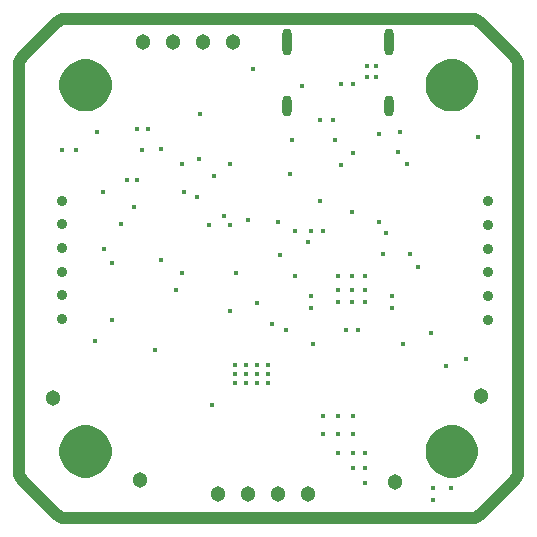
<source format=gbr>
G04*
G04 #@! TF.GenerationSoftware,Altium Limited,Altium Designer,24.8.2 (39)*
G04*
G04 Layer_Physical_Order=2*
G04 Layer_Color=32768*
%FSLAX44Y44*%
%MOMM*%
G71*
G04*
G04 #@! TF.SameCoordinates,C7BC70F5-E38B-40BF-8CF6-97473964AE68*
G04*
G04*
G04 #@! TF.FilePolarity,Negative*
G04*
G01*
G75*
%ADD101C,1.0160*%
%ADD102C,1.3032*%
%ADD103C,0.9032*%
%ADD104O,0.8032X1.8032*%
%ADD105O,0.8032X2.3032*%
%ADD106C,0.4032*%
G36*
X372729Y383863D02*
X375822Y382582D01*
X378607Y380722D01*
X380975Y378354D01*
X382835Y375569D01*
X384117Y372476D01*
X384770Y369191D01*
Y367517D01*
Y365842D01*
X384117Y362558D01*
X382835Y359464D01*
X380975Y356680D01*
X378607Y354312D01*
X375822Y352452D01*
X372729Y351170D01*
X369444Y350517D01*
X366096D01*
X362811Y351170D01*
X359717Y352452D01*
X356933Y354312D01*
X354565Y356680D01*
X352705Y359464D01*
X351423Y362558D01*
X350770Y365842D01*
Y367517D01*
Y369191D01*
X351423Y372476D01*
X352705Y375569D01*
X354565Y378354D01*
X356933Y380722D01*
X359717Y382582D01*
X362811Y383863D01*
X366096Y384517D01*
X369444D01*
X372729Y383863D01*
D02*
G37*
G36*
X62729D02*
X65823Y382582D01*
X68607Y380722D01*
X70975Y378354D01*
X72835Y375569D01*
X74117Y372476D01*
X74770Y369191D01*
Y367517D01*
Y365842D01*
X74117Y362558D01*
X72835Y359464D01*
X70975Y356680D01*
X68607Y354312D01*
X65823Y352452D01*
X62729Y351170D01*
X59444Y350517D01*
X56096D01*
X52811Y351170D01*
X49717Y352452D01*
X46933Y354312D01*
X44565Y356680D01*
X42705Y359464D01*
X41423Y362558D01*
X40770Y365842D01*
Y367517D01*
Y369191D01*
X41423Y372476D01*
X42705Y375569D01*
X44565Y378354D01*
X46933Y380722D01*
X49717Y382582D01*
X52811Y383863D01*
X56096Y384517D01*
X59444D01*
X62729Y383863D01*
D02*
G37*
G36*
X372729Y73864D02*
X375822Y72582D01*
X378607Y70722D01*
X380975Y68354D01*
X382835Y65569D01*
X384117Y62476D01*
X384770Y59191D01*
Y57517D01*
Y55842D01*
X384117Y52558D01*
X382835Y49464D01*
X380975Y46680D01*
X378607Y44312D01*
X375822Y42452D01*
X372729Y41170D01*
X369444Y40517D01*
X366096D01*
X362811Y41170D01*
X359717Y42452D01*
X356933Y44312D01*
X354565Y46680D01*
X352705Y49464D01*
X351423Y52558D01*
X350770Y55842D01*
Y57517D01*
Y59191D01*
X351423Y62476D01*
X352705Y65569D01*
X354565Y68354D01*
X356933Y70722D01*
X359717Y72582D01*
X362811Y73864D01*
X366096Y74517D01*
X369444D01*
X372729Y73864D01*
D02*
G37*
G36*
X62729D02*
X65823Y72582D01*
X68607Y70722D01*
X70975Y68354D01*
X72835Y65569D01*
X74117Y62476D01*
X74770Y59191D01*
Y57517D01*
Y55842D01*
X74117Y52558D01*
X72835Y49464D01*
X70975Y46680D01*
X68607Y44312D01*
X65823Y42452D01*
X62729Y41170D01*
X59444Y40517D01*
X56096D01*
X52811Y41170D01*
X49717Y42452D01*
X46933Y44312D01*
X44565Y46680D01*
X42705Y49464D01*
X41423Y52558D01*
X40770Y55842D01*
Y57517D01*
Y59191D01*
X41423Y62476D01*
X42705Y65569D01*
X44565Y68354D01*
X46933Y70722D01*
X49717Y72582D01*
X52811Y73864D01*
X56096Y74517D01*
X59444D01*
X62729Y73864D01*
D02*
G37*
D101*
X59444Y384517D02*
X62729Y383863D01*
X65823Y382582D01*
X68607Y380722D01*
X70975Y378354D01*
X72835Y375569D01*
X74117Y372476D01*
X74770Y369191D01*
Y367517D02*
Y369191D01*
Y365842D02*
Y367517D01*
X74117Y362558D02*
X74770Y365842D01*
X72835Y359464D02*
X74117Y362558D01*
X70975Y356680D02*
X72835Y359464D01*
X68607Y354312D02*
X70975Y356680D01*
X65823Y352452D02*
X68607Y354312D01*
X62729Y351170D02*
X65823Y352452D01*
X59444Y350517D02*
X62729Y351170D01*
X56096Y350517D02*
X59444D01*
X52811Y351170D02*
X56096Y350517D01*
X49717Y352452D02*
X52811Y351170D01*
X46933Y354312D02*
X49717Y352452D01*
X44565Y356680D02*
X46933Y354312D01*
X42705Y359464D02*
X44565Y356680D01*
X41423Y362558D02*
X42705Y359464D01*
X40770Y365842D02*
X41423Y362558D01*
X40770Y365842D02*
Y367517D01*
Y369191D01*
X41423Y372476D01*
X42705Y375569D01*
X44565Y378354D01*
X46933Y380722D01*
X49717Y382582D01*
X52811Y383863D01*
X56096Y384517D01*
X59444D01*
Y74517D02*
X62729Y73864D01*
X65823Y72582D01*
X68607Y70722D01*
X70975Y68354D01*
X72835Y65569D01*
X74117Y62476D01*
X74770Y59191D01*
Y57517D02*
Y59191D01*
Y55842D02*
Y57517D01*
X74117Y52558D02*
X74770Y55842D01*
X72835Y49464D02*
X74117Y52558D01*
X70975Y46680D02*
X72835Y49464D01*
X68607Y44312D02*
X70975Y46680D01*
X65823Y42452D02*
X68607Y44312D01*
X62729Y41170D02*
X65823Y42452D01*
X59444Y40517D02*
X62729Y41170D01*
X56096Y40517D02*
X59444D01*
X52811Y41170D02*
X56096Y40517D01*
X49717Y42452D02*
X52811Y41170D01*
X46933Y44312D02*
X49717Y42452D01*
X44565Y46680D02*
X46933Y44312D01*
X42705Y49464D02*
X44565Y46680D01*
X41423Y52558D02*
X42705Y49464D01*
X40770Y55842D02*
X41423Y52558D01*
X40770Y55842D02*
Y57517D01*
Y59191D01*
X41423Y62476D01*
X42705Y65569D01*
X44565Y68354D01*
X46933Y70722D01*
X49717Y72582D01*
X52811Y73864D01*
X56096Y74517D01*
X59444D01*
X369444D02*
X372729Y73864D01*
X375822Y72582D01*
X378607Y70722D01*
X380975Y68354D01*
X382835Y65569D01*
X384117Y62476D01*
X384770Y59191D01*
Y57517D02*
Y59191D01*
Y55842D02*
Y57517D01*
X384117Y52558D02*
X384770Y55842D01*
X382835Y49464D02*
X384117Y52558D01*
X380975Y46680D02*
X382835Y49464D01*
X378607Y44312D02*
X380975Y46680D01*
X375822Y42452D02*
X378607Y44312D01*
X372729Y41170D02*
X375822Y42452D01*
X369444Y40517D02*
X372729Y41170D01*
X366096Y40517D02*
X369444D01*
X362811Y41170D02*
X366096Y40517D01*
X359717Y42452D02*
X362811Y41170D01*
X356933Y44312D02*
X359717Y42452D01*
X354565Y46680D02*
X356933Y44312D01*
X352705Y49464D02*
X354565Y46680D01*
X351423Y52558D02*
X352705Y49464D01*
X350770Y55842D02*
X351423Y52558D01*
X350770Y55842D02*
Y57517D01*
Y59191D01*
X351423Y62476D01*
X352705Y65569D01*
X354565Y68354D01*
X356933Y70722D01*
X359717Y72582D01*
X362811Y73864D01*
X366096Y74517D01*
X369444D01*
Y384517D02*
X372729Y383863D01*
X375822Y382582D01*
X378607Y380722D01*
X380975Y378354D01*
X382835Y375569D01*
X384117Y372476D01*
X384770Y369191D01*
Y367517D02*
Y369191D01*
Y365842D02*
Y367517D01*
X384117Y362558D02*
X384770Y365842D01*
X382835Y359464D02*
X384117Y362558D01*
X380975Y356680D02*
X382835Y359464D01*
X378607Y354312D02*
X380975Y356680D01*
X375822Y352452D02*
X378607Y354312D01*
X372729Y351170D02*
X375822Y352452D01*
X369444Y350517D02*
X372729Y351170D01*
X366096Y350517D02*
X369444D01*
X362811Y351170D02*
X366096Y350517D01*
X359717Y352452D02*
X362811Y351170D01*
X356933Y354312D02*
X359717Y352452D01*
X354565Y356680D02*
X356933Y354312D01*
X352705Y359464D02*
X354565Y356680D01*
X351423Y362558D02*
X352705Y359464D01*
X350770Y365842D02*
X351423Y362558D01*
X350770Y365842D02*
Y367517D01*
Y369191D01*
X351423Y372476D01*
X352705Y375569D01*
X354565Y378354D01*
X356933Y380722D01*
X359717Y382582D01*
X362811Y383863D01*
X366096Y384517D01*
X369444D01*
X382905Y424017D02*
X384383Y424017D01*
X42635D02*
X382905Y424017D01*
X41157D02*
X42635Y424017D01*
X38259Y423440D02*
X41157Y424017D01*
X35529Y422310D02*
X38259Y423440D01*
X33073Y420668D02*
X35529Y422310D01*
X32028Y419623D02*
X33073Y420668D01*
X5663Y393259D02*
X32028Y419623D01*
X4619Y392214D02*
X5663Y393259D01*
X2977Y389757D02*
X4619Y392214D01*
X1847Y387028D02*
X2977Y389757D01*
X1270Y384130D02*
X1847Y387028D01*
X1270Y384130D02*
X1270Y382652D01*
X1270Y42381D02*
X1270Y382652D01*
X1270Y40904D02*
Y42381D01*
Y40904D02*
X1846Y38006D01*
X2977Y35276D01*
X4619Y32819D01*
X5663Y31775D01*
X32028Y5410D01*
X33073Y4365D01*
X35529Y2724D01*
X38259Y1593D01*
X41157Y1017D01*
X42635Y1017D01*
X382905Y1017D01*
X384383D01*
X387281Y1593D01*
X390011Y2724D01*
X392467Y4365D01*
X393512Y5410D01*
X419877Y31775D01*
X420921Y32819D01*
X422563Y35276D01*
X423694Y38006D01*
X424270Y40904D01*
X424270Y42381D01*
X424270Y382652D02*
X424270Y42381D01*
X424270Y382652D02*
X424270Y384130D01*
X423694Y387028D02*
X424270Y384130D01*
X422563Y389757D02*
X423694Y387028D01*
X420921Y392214D02*
X422563Y389757D01*
X419877Y393259D02*
X420921Y392214D01*
X393512Y419623D02*
X419877Y393259D01*
X392467Y420668D02*
X393512Y419623D01*
X390011Y422310D02*
X392467Y420668D01*
X387281Y423440D02*
X390011Y422310D01*
X384383Y424017D02*
X387281Y423440D01*
D102*
X392430Y104140D02*
D03*
X195580Y21590D02*
D03*
X170180D02*
D03*
X220980D02*
D03*
X246380D02*
D03*
X320040Y31750D02*
D03*
X30480Y102870D02*
D03*
X104140Y33020D02*
D03*
X157480Y403860D02*
D03*
X182880D02*
D03*
X132080D02*
D03*
X106680D02*
D03*
D103*
X398780Y169230D02*
D03*
Y249230D02*
D03*
Y229230D02*
D03*
Y209230D02*
D03*
Y269230D02*
D03*
Y189230D02*
D03*
X38100Y189710D02*
D03*
Y269710D02*
D03*
Y209710D02*
D03*
Y229710D02*
D03*
Y249710D02*
D03*
Y169710D02*
D03*
D104*
X228400Y350360D02*
D03*
X314800D02*
D03*
D105*
X228600Y403860D02*
D03*
X315000D02*
D03*
D106*
X184150Y123190D02*
D03*
X193463D02*
D03*
X184150Y130810D02*
D03*
Y115570D02*
D03*
X212090Y130810D02*
D03*
Y115570D02*
D03*
Y123190D02*
D03*
X227620Y160020D02*
D03*
X193463Y115570D02*
D03*
X202777Y130810D02*
D03*
X175260Y256540D02*
D03*
X250190Y148590D02*
D03*
X248920Y179070D02*
D03*
X154940Y342900D02*
D03*
X241300Y367030D02*
D03*
X199390Y381000D02*
D03*
X215900Y165160D02*
D03*
X80010Y217170D02*
D03*
X73660Y228600D02*
D03*
X121920Y219710D02*
D03*
X162560Y248920D02*
D03*
X140823Y277150D02*
D03*
X152400Y273050D02*
D03*
X231140Y292100D02*
D03*
X255901Y269240D02*
D03*
X194918Y253836D02*
D03*
X246380Y234950D02*
D03*
X101600Y287020D02*
D03*
X92710D02*
D03*
X67310Y327660D02*
D03*
X105887Y312420D02*
D03*
X180340Y300990D02*
D03*
X139700Y301014D02*
D03*
X121497Y313267D02*
D03*
X306070Y326390D02*
D03*
X87630Y250190D02*
D03*
X49530Y312420D02*
D03*
X165100Y96520D02*
D03*
X38100Y312420D02*
D03*
X110629Y330741D02*
D03*
X101739D02*
D03*
X72390Y276860D02*
D03*
X166370Y290830D02*
D03*
X306070Y251460D02*
D03*
X283210Y260350D02*
D03*
X312420Y242570D02*
D03*
X220980Y251460D02*
D03*
X180340Y248920D02*
D03*
X332740Y224790D02*
D03*
X259080Y243840D02*
D03*
X222250Y223520D02*
D03*
X309880Y224790D02*
D03*
X271780Y184150D02*
D03*
X363220Y129540D02*
D03*
X350520Y157480D02*
D03*
X339090Y213360D02*
D03*
X248920Y243840D02*
D03*
X234950D02*
D03*
X202777Y115570D02*
D03*
Y123190D02*
D03*
X193463Y130810D02*
D03*
X326390Y148590D02*
D03*
X116840Y143510D02*
D03*
X66040Y151130D02*
D03*
X80010Y168910D02*
D03*
X153670Y304800D02*
D03*
X271780Y55880D02*
D03*
X284480Y72390D02*
D03*
X274320Y299720D02*
D03*
X134620Y194310D02*
D03*
X99060Y264160D02*
D03*
X180340Y176530D02*
D03*
X185420Y208280D02*
D03*
X203200Y182880D02*
D03*
X389890Y323850D02*
D03*
X232410Y321310D02*
D03*
X294640Y184150D02*
D03*
X283210D02*
D03*
X294640Y194310D02*
D03*
X283210D02*
D03*
X271780D02*
D03*
X294640Y205740D02*
D03*
X283210D02*
D03*
X271780D02*
D03*
X248920Y189230D02*
D03*
X278130Y160020D02*
D03*
X288290D02*
D03*
X259080Y87630D02*
D03*
Y72390D02*
D03*
X317500Y179070D02*
D03*
X284480Y87630D02*
D03*
X317500Y189230D02*
D03*
X271780Y72390D02*
D03*
X294640Y55880D02*
D03*
X271780Y87630D02*
D03*
X379730Y135890D02*
D03*
X234950Y205740D02*
D03*
X351790Y16510D02*
D03*
X294640Y43180D02*
D03*
Y30480D02*
D03*
X284480Y55880D02*
D03*
Y43180D02*
D03*
X367030Y26670D02*
D03*
X351790D02*
D03*
X323850Y327660D02*
D03*
X330200Y300990D02*
D03*
X322580Y311150D02*
D03*
X284480Y309880D02*
D03*
X303530Y374650D02*
D03*
X295910D02*
D03*
Y383540D02*
D03*
X303530D02*
D03*
X284480Y368300D02*
D03*
X256540Y337820D02*
D03*
X274320Y368300D02*
D03*
X267075Y338195D02*
D03*
X269240Y321310D02*
D03*
X139700Y208280D02*
D03*
M02*

</source>
